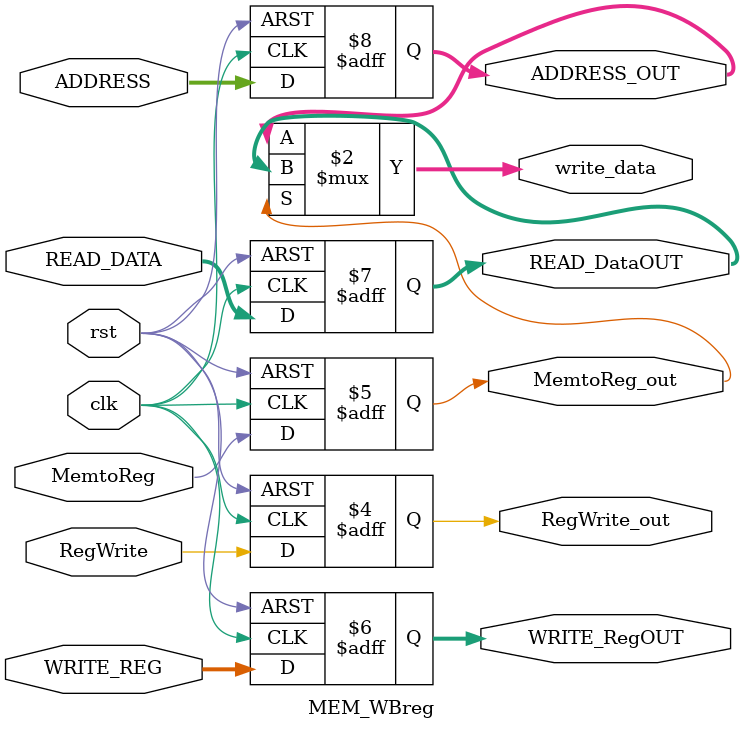
<source format=v>
module MEM_WBreg(clk,rst,RegWrite,MemtoReg,WRITE_REG,READ_DATA,ADDRESS,
						RegWrite_out,MemtoReg_out,WRITE_RegOUT,READ_DataOUT,ADDRESS_OUT,
				write_data		);
input clk,rst;
input RegWrite,MemtoReg;
input [4:0] WRITE_REG;
input [31:0] READ_DATA,ADDRESS;
output RegWrite_out,MemtoReg_out;
output [4:0] WRITE_RegOUT;
output [31:0] READ_DataOUT,ADDRESS_OUT;
output [31:0] write_data;
reg RegWrite_out,MemtoReg_out;
reg [4:0] WRITE_RegOUT;
reg [31:0] READ_DataOUT,ADDRESS_OUT;

assign write_data = (MemtoReg_out == 1'b0) ? ADDRESS_OUT:READ_DataOUT;

always@(posedge clk or posedge rst)
begin
	if(rst) 
	begin
		READ_DataOUT <= 32'b0;
		WRITE_RegOUT <= 5'b0;
		ADDRESS_OUT <= 32'b0;
		RegWrite_out <= 0;
		MemtoReg_out <= 0;
	end
	else begin
		READ_DataOUT <= READ_DATA;
		WRITE_RegOUT <= WRITE_REG;
		ADDRESS_OUT <= ADDRESS;
		RegWrite_out <= RegWrite;
		MemtoReg_out <= MemtoReg;
	end
end
endmodule

</source>
